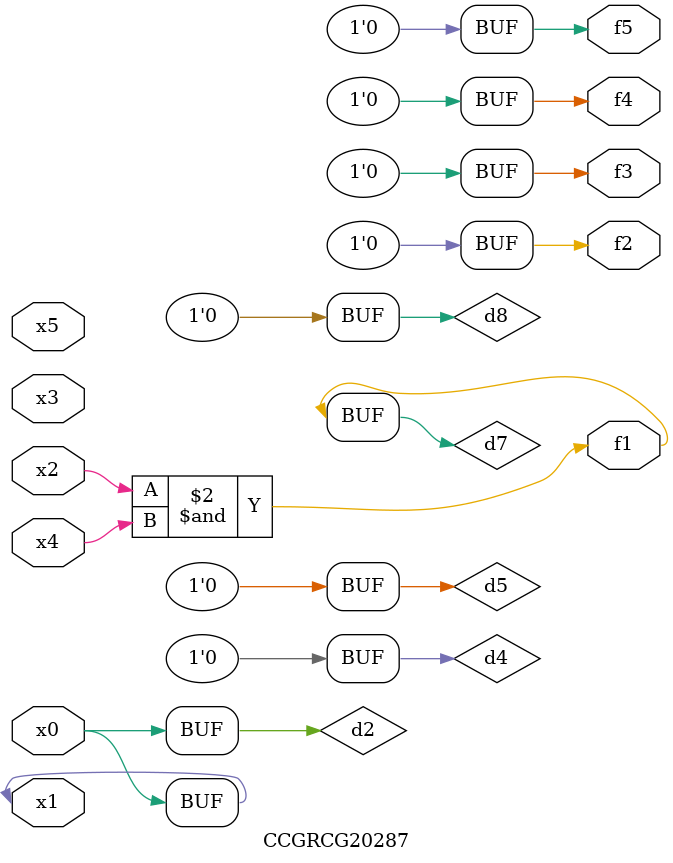
<source format=v>
module CCGRCG20287(
	input x0, x1, x2, x3, x4, x5,
	output f1, f2, f3, f4, f5
);

	wire d1, d2, d3, d4, d5, d6, d7, d8, d9;

	nand (d1, x1);
	buf (d2, x0, x1);
	nand (d3, x2, x4);
	and (d4, d1, d2);
	and (d5, d1, d2);
	nand (d6, d1, d3);
	not (d7, d3);
	xor (d8, d5);
	nor (d9, d5, d6);
	assign f1 = d7;
	assign f2 = d8;
	assign f3 = d8;
	assign f4 = d8;
	assign f5 = d8;
endmodule

</source>
